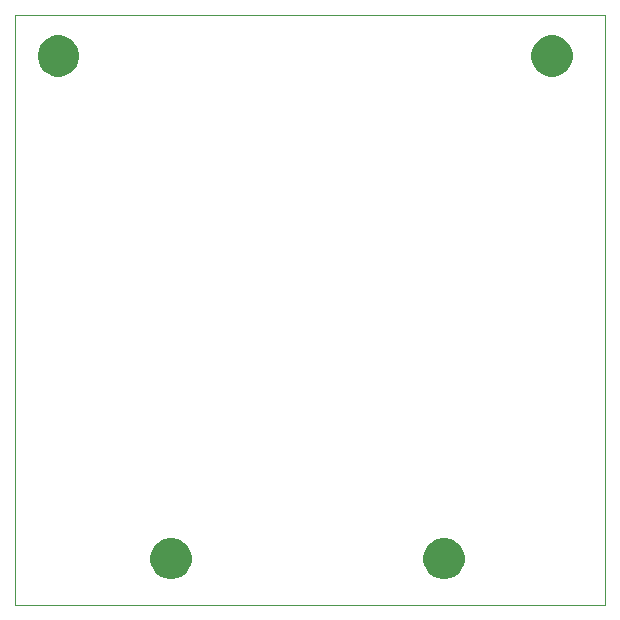
<source format=gm1>
G04*
G04 #@! TF.GenerationSoftware,Altium Limited,Altium Designer,24.3.1 (35)*
G04*
G04 Layer_Color=0*
%FSLAX44Y44*%
%MOMM*%
G71*
G04*
G04 #@! TF.SameCoordinates,2743B645-7AAA-4EDF-9A08-FFA43F89998A*
G04*
G04*
G04 #@! TF.FilePolarity,Positive*
G04*
G01*
G75*
%ADD36C,0.0254*%
G36*
X114580Y39370D02*
Y37646D01*
X115253Y34265D01*
X116572Y31081D01*
X118487Y28214D01*
X120924Y25777D01*
X123791Y23862D01*
X126975Y22543D01*
X130356Y21870D01*
X132080D01*
X133804D01*
X137184Y22543D01*
X140369Y23862D01*
X143236Y25777D01*
X145673Y28214D01*
X147588Y31081D01*
X148907Y34265D01*
X149580Y37646D01*
Y39370D01*
Y41094D01*
X148907Y44475D01*
X147588Y47659D01*
X145673Y50526D01*
X143236Y52963D01*
X140369Y54878D01*
X137184Y56198D01*
X133804Y56870D01*
X132080D01*
X130356D01*
X126975Y56198D01*
X123791Y54878D01*
X120924Y52963D01*
X118487Y50526D01*
X116572Y47659D01*
X115253Y44475D01*
X114580Y41094D01*
Y39370D01*
D01*
D02*
G37*
G36*
X345720D02*
Y37646D01*
X346393Y34265D01*
X347712Y31081D01*
X349627Y28214D01*
X352064Y25777D01*
X354931Y23862D01*
X358115Y22543D01*
X361496Y21870D01*
X363220D01*
X364944D01*
X368325Y22543D01*
X371509Y23862D01*
X374376Y25777D01*
X376813Y28214D01*
X378728Y31081D01*
X380047Y34265D01*
X380720Y37646D01*
Y39370D01*
Y41094D01*
X380047Y44475D01*
X378728Y47659D01*
X376813Y50526D01*
X374376Y52963D01*
X371509Y54878D01*
X368325Y56198D01*
X364944Y56870D01*
X363220D01*
X361496D01*
X358115Y56198D01*
X354931Y54878D01*
X352064Y52963D01*
X349627Y50526D01*
X347712Y47659D01*
X346393Y44475D01*
X345720Y41094D01*
Y39370D01*
D01*
D02*
G37*
G36*
X437160Y464820D02*
Y463096D01*
X437832Y459715D01*
X439152Y456531D01*
X441067Y453664D01*
X443504Y451227D01*
X446371Y449312D01*
X449555Y447993D01*
X452936Y447320D01*
X454660D01*
X456384D01*
X459765Y447993D01*
X462949Y449312D01*
X465816Y451227D01*
X468253Y453664D01*
X470168Y456531D01*
X471488Y459715D01*
X472160Y463096D01*
Y464820D01*
Y466544D01*
X471488Y469925D01*
X470168Y473109D01*
X468253Y475976D01*
X465816Y478413D01*
X462949Y480328D01*
X459765Y481647D01*
X456384Y482320D01*
X454660D01*
X452936D01*
X449555Y481647D01*
X446371Y480328D01*
X443504Y478413D01*
X441067Y475976D01*
X439152Y473109D01*
X437832Y469925D01*
X437160Y466544D01*
Y464820D01*
D01*
D02*
G37*
G36*
X36830Y447320D02*
X35106D01*
X31725Y447993D01*
X28541Y449312D01*
X25674Y451227D01*
X23237Y453664D01*
X21322Y456531D01*
X20003Y459715D01*
X19330Y463096D01*
Y464820D01*
Y466544D01*
X20003Y469925D01*
X21322Y473109D01*
X23237Y475976D01*
X25674Y478413D01*
X28541Y480328D01*
X31725Y481647D01*
X35106Y482320D01*
X36830D01*
X38554D01*
X41934Y481647D01*
X45119Y480328D01*
X47986Y478413D01*
X50423Y475976D01*
X52338Y473109D01*
X53657Y469925D01*
X54330Y466544D01*
Y464820D01*
Y463096D01*
X53657Y459715D01*
X52338Y456531D01*
X50423Y453664D01*
X47986Y451227D01*
X45119Y449312D01*
X41934Y447993D01*
X38554Y447320D01*
X36830D01*
D01*
D02*
G37*
D36*
X0Y0D02*
X500000D01*
Y500000D01*
X0D01*
Y0D01*
M02*

</source>
